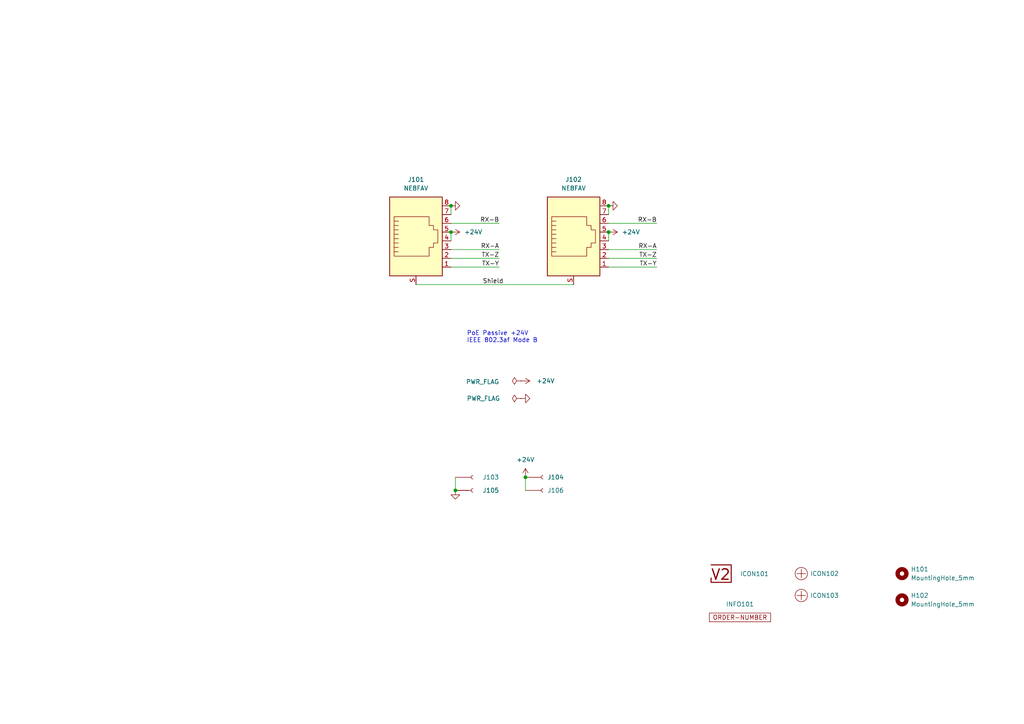
<source format=kicad_sch>
(kicad_sch (version 20250114) (generator "eeschema") (generator_version "9.0")
  (paper "A4")
  (title_block (title "V2 Power PoE") (date "2025-11-17") (rev "2") (company "Versio Duo"))
  (lib_symbols
    (symbol "V2_Artwork:Plus" (in_bom no)
      (property "Reference" "ICON" (at -2.54 2.54 0))
      (symbol "Plus_0_1"
        (polyline (pts (xy -1.27 0) (xy 1.27 0)))
        (polyline (pts (xy 0 1.27) (xy 0 -1.27)))
        (circle (center 0 0) (radius 1.7961))
      )
    )
    (symbol "V2_Artwork:V2-logo" (in_bom no)
      (property "Reference" "ICON" (at -3.302 3.81 0))
      (symbol "V2-logo_1_0"
        (polyline (pts (xy -3.302 2.54) (xy 2.54 2.54) (xy 2.54 -2.54) (xy -3.302 -2.54) (xy -3.302 -1.27)) (stroke (width 0.3)))
      )
      (symbol "V2-logo_1_1"
        (text "V2" (at -0.508 -0.254 0) (effects (font (size 3 3) (thickness 0.375))))
      )
    )
    (symbol "V2_Connector_EtherCon:NE8FAV" (pin_names (offset 1.016))
      (property "Reference" "J" (at -5.08 17.78 0))
      (property "Value" "NE8FAV" (at 2.54 13.97 0))
      (symbol "NE8FAV_0_1"
        (polyline (pts (xy -6.35 1.905) (xy -5.08 1.905) (xy -5.08 1.905)))
        (polyline (pts (xy -6.35 0.635) (xy -5.08 0.635) (xy -5.08 0.635)))
        (polyline (pts (xy -6.35 -0.635) (xy -5.08 -0.635) (xy -5.08 -0.635)))
        (polyline (pts (xy -6.35 -1.905) (xy -5.08 -1.905) (xy -5.08 -1.905)))
        (polyline (pts (xy -6.35 -3.175) (xy -5.08 -3.175) (xy -5.08 -3.175)))
        (polyline (pts (xy -6.35 -4.445) (xy -6.35 6.985) (xy 3.81 6.985) (xy 3.81 4.445) (xy 5.08 4.445) (xy 5.08 3.175) (xy 6.35 3.175) (xy 6.35 -0.635) (xy 5.08 -0.635) (xy 5.08 -1.905) (xy 3.81 -1.905) (xy 3.81 -4.445) (xy -6.35 -4.445) (xy -6.35 -4.445)))
        (polyline (pts (xy -5.08 5.715) (xy -6.35 5.715)))
        (polyline (pts (xy -5.08 4.445) (xy -6.35 4.445)))
        (polyline (pts (xy -5.08 3.175) (xy -6.35 3.175) (xy -6.35 3.175)))
        (rectangle (start 7.62 12.7) (end -7.62 -10.16) (stroke (width 0.254)) (fill (type background)))
      )
      (symbol "NE8FAV_1_1"
        (pin passive line (at 0 -12.7 90) (length 2.54) (name "") (number "S"))
        (pin passive line (at 10.16 10.16 180) (length 2.54) (name "~") (number "8"))
        (pin passive line (at 10.16 7.62 180) (length 2.54) (name "~") (number "7"))
        (pin passive line (at 10.16 5.08 180) (length 2.54) (name "~") (number "6"))
        (pin passive line (at 10.16 2.54 180) (length 2.54) (name "~") (number "5"))
        (pin passive line (at 10.16 0 180) (length 2.54) (name "~") (number "4"))
        (pin passive line (at 10.16 -2.54 180) (length 2.54) (name "~") (number "3"))
        (pin passive line (at 10.16 -5.08 180) (length 2.54) (name "~") (number "2"))
        (pin passive line (at 10.16 -7.62 180) (length 2.54) (name "~") (number "1"))
      )
    )
    (symbol "V2_Connector_WAGO:2601-1101" (pin_numbers (hide yes)) (pin_names (offset 1.016) (hide yes))
      (property "Reference" "J" (at -5.08 6.35 0))
      (symbol "2601-1101_1_1"
        (polyline (pts (xy -1.27 0) (xy -0.508 0)) (stroke (width 0.1524)))
        (arc (start 0 -0.508) (mid -0.5058 0) (end 0 0.508) (stroke (width 0.1524)))
        (pin passive line (at -5.08 0 0) (length 3.81) (name "") (number "1"))
      )
    )
    (symbol "V2_Mechanical:MountingHole_5mm" (pin_names (offset 1.016)) (in_bom no)
      (property "Reference" "H" (at 0 5.08 0))
      (property "Value" "MountingHole_5mm" (at 0 3.175 0))
      (symbol "MountingHole_5mm_0_1"
        (circle (center 0 0) (radius 1.27) (stroke (width 1.27)))
      )
    )
    (symbol "V2_Production:Order_Number" (in_bom no)
      (property "Reference" "INFO" (at 0 2.54 0))
      (symbol "Order_Number_0_0"
        (text "ORDER-NUMBER" (at 0 0 0) (effects (font (size 1.27 1.27))))
      )
      (symbol "Order_Number_0_1"
        (rectangle (start -8.89 1.27) (end 8.89 -1.27))
      )
    )
    (symbol "power:+24V" (power) (pin_numbers (hide yes)) (pin_names (offset 0) (hide yes))
      (property "Value" "+24V" (at 0 3.556 0))
      (symbol "+24V_0_1"
        (polyline (pts (xy -0.762 1.27) (xy 0 2.54)))
        (polyline (pts (xy 0 2.54) (xy 0.762 1.27)))
        (polyline (pts (xy 0 0) (xy 0 2.54)))
      )
      (symbol "+24V_1_1"
        (pin power_in line (at 0 0 90) (length 0) (name "~") (number "1"))
      )
    )
    (symbol "power:GND" (power) (pin_numbers (hide yes)) (pin_names (offset 0) (hide yes))
      (property "Value" "GND" (at 0 -3.81 0))
      (symbol "GND_0_1"
        (polyline (pts (xy 0 0) (xy 0 -1.27) (xy 1.27 -1.27) (xy 0 -2.54) (xy -1.27 -1.27) (xy 0 -1.27)))
      )
      (symbol "GND_1_1"
        (pin power_in line (at 0 0 270) (length 0) (name "~") (number "1"))
      )
    )
    (symbol "power:PWR_FLAG" (power) (pin_numbers (hide yes)) (pin_names (offset 0) (hide yes))
      (property "Value" "PWR_FLAG" (at 0 3.81 0))
      (symbol "PWR_FLAG_0_0"
        (pin power_out line (at 0 0 90) (length 0) (name "~") (number "1"))
      )
      (symbol "PWR_FLAG_0_1"
        (polyline (pts (xy 0 0) (xy 0 1.27) (xy -1.016 1.905) (xy 0 2.54) (xy 1.016 1.905) (xy 0 1.27)))
      )
    )
  )
  (text "PoE Passive +24V\nIEEE 802.3af Mode B" (at 135.382 97.79 0) (effects (font (size 1.27 1.27)) (justify left)))
  (junction (at 152.4 138.43))
  (junction (at 176.53 67.31))
  (junction (at 176.53 59.69))
  (junction (at 132.08 142.24))
  (junction (at 130.81 59.69))
  (junction (at 130.81 67.31))
  (wire (pts (xy 176.53 59.69) (xy 176.53 62.23)))
  (wire (pts (xy 176.53 64.77) (xy 190.5 64.77)))
  (wire (pts (xy 176.53 72.39) (xy 190.5 72.39)))
  (wire (pts (xy 176.53 77.47) (xy 190.5 77.47)))
  (wire (pts (xy 130.81 74.93) (xy 144.78 74.93)))
  (wire (pts (xy 176.53 74.93) (xy 190.5 74.93)))
  (wire (pts (xy 130.81 67.31) (xy 130.81 69.85)))
  (wire (pts (xy 130.81 59.69) (xy 130.81 62.23)))
  (wire (pts (xy 130.81 77.47) (xy 144.78 77.47)))
  (wire (pts (xy 120.65 82.55) (xy 166.37 82.55)))
  (wire (pts (xy 130.81 72.39) (xy 144.78 72.39)))
  (wire (pts (xy 132.08 138.43) (xy 132.08 142.24)))
  (wire (pts (xy 176.53 67.31) (xy 176.53 69.85)))
  (wire (pts (xy 152.4 138.43) (xy 152.4 142.24)))
  (wire (pts (xy 130.81 64.77) (xy 144.78 64.77)))
  (label "RX-B" (at 190.5 64.77 180))
  (label "RX-A" (at 190.5 72.39 180))
  (label "TX-Z" (at 190.5 74.93 180))
  (label "TX-Y" (at 144.78 77.47 180))
  (label "RX-A" (at 144.78 72.39 180))
  (label "RX-B" (at 144.78 64.77 180))
  (label "TX-Y" (at 190.5 77.47 180))
  (label "Shield" (at 146.05 82.55 180))
  (label "TX-Z" (at 144.78 74.93 180))
  (symbol (lib_id "power:GND") (at 151.13 115.57 90) (unit 1)
    (property "Reference" "#PWR0106" (effects (hide yes)))
    (property "Value" "GND" (effects (hide yes)))
    (property "Description" "Power symbol creates a global label with name \"GND\" , ground" (effects (hide yes)))
  )
  (symbol (lib_id "V2_Connector_WAGO:2601-1101") (at 137.16 138.43 0) (unit 1)
    (property "Reference" "J103" (at 144.78 138.43 0) (effects (justify right)))
    (property "Value" "Conn_01x01" (effects (hide yes)))
    (property "Footprint" "V2_Connector_WAGO:2601-1101" (effects (hide yes)))
    (property "Sim.Enable" "0" (effects (hide yes)))
  )
  (symbol (lib_id "V2_Artwork:V2-logo") (at 209.55 166.37 0) (unit 1) (in_bom no)
    (property "Reference" "ICON101" (at 214.63 166.4341 0) (effects (justify left)))
    (property "Value" "V2-logo" (effects (hide yes)))
    (property "Footprint" "V2_Artwork:Logo_Small" (effects (hide yes)))
    (property "Sim.Enable" "0" (effects (hide yes)))
  )
  (symbol (lib_id "power:+24V") (at 151.13 110.49 270) (unit 1)
    (property "Reference" "#PWR0105" (effects (hide yes)))
    (property "Value" "+24V" (at 158.242 110.49 90))
    (property "Description" "Power symbol creates a global label with name \"+24V\"" (effects (hide yes)))
  )
  (symbol (lib_id "V2_Artwork:Plus") (at 232.41 172.72 0) (unit 1) (in_bom no)
    (property "Reference" "ICON103" (at 234.95 172.7199 0) (effects (justify left)))
    (property "Value" "Plus" (effects (hide yes)))
    (property "Footprint" "V2_Artwork:Plus_Small" (effects (hide yes)))
    (property "Sim.Enable" "0" (effects (hide yes)))
  )
  (symbol (lib_id "V2_Connector_WAGO:2601-1101") (at 157.48 138.43 0) (unit 1)
    (property "Reference" "J104" (at 163.576 138.43 0) (effects (justify right)))
    (property "Value" "Conn_01x01" (effects (hide yes)))
    (property "Footprint" "V2_Connector_WAGO:2601-1101" (effects (hide yes)))
    (property "Sim.Enable" "0" (effects (hide yes)))
  )
  (symbol (lib_id "V2_Connector_WAGO:2601-1101") (at 157.48 142.24 0) (unit 1)
    (property "Reference" "J106" (at 163.576 142.24 0) (effects (justify right)))
    (property "Value" "Conn_01x01" (effects (hide yes)))
    (property "Footprint" "V2_Connector_WAGO:2601-1101" (effects (hide yes)))
    (property "Sim.Enable" "0" (effects (hide yes)))
  )
  (symbol (lib_id "power:GND") (at 132.08 142.24 0) (unit 1)
    (property "Reference" "#PWR0108" (effects (hide yes)))
    (property "Value" "GND" (effects (hide yes)))
    (property "Description" "Power symbol creates a global label with name \"GND\" , ground" (effects (hide yes)))
  )
  (symbol (lib_id "power:PWR_FLAG") (at 151.13 115.57 90) (unit 1)
    (property "Reference" "#FLG0102" (effects (hide yes)))
    (property "Value" "PWR_FLAG" (at 140.208 115.57 90))
    (property "Description" "Special symbol for telling ERC where power comes from" (effects (hide yes)))
  )
  (symbol (lib_id "V2_Production:Order_Number") (at 214.63 179.07 0) (unit 1) (in_bom no)
    (property "Reference" "INFO101" (at 214.63 175.26 0))
    (property "Value" "ORDER-NUMBER" (effects (hide yes)))
    (property "Footprint" "V2_Production:Order_Number" (effects (hide yes)))
    (property "Sim.Enable" "0" (effects (hide yes)))
  )
  (symbol (lib_id "V2_Mechanical:MountingHole_5mm") (at 261.62 166.37 0) (unit 1) (in_bom no)
    (property "Reference" "H101" (at 264.16 165.0999 0) (effects (justify left)))
    (property "Value" "MountingHole_5mm" (at 264.16 167.6399 0) (effects (justify left)))
    (property "Footprint" "V2_Mechanical:MountingHole_5mm" (effects (hide yes)))
    (property "Description" "Mounting Hole without connection" (effects (hide yes)))
    (property "Sim.Enable" "0" (effects (hide yes)))
  )
  (symbol (lib_id "power:+24V") (at 152.4 138.43 0) (unit 1)
    (property "Reference" "#PWR0107" (effects (hide yes)))
    (property "Value" "+24V" (at 152.4 133.35 0))
    (property "Description" "Power symbol creates a global label with name \"+24V\"" (effects (hide yes)))
  )
  (symbol (lib_id "power:PWR_FLAG") (at 151.13 110.49 90) (unit 1)
    (property "Reference" "#FLG0101" (effects (hide yes)))
    (property "Value" "PWR_FLAG" (at 139.954 110.744 90))
    (property "Description" "Special symbol for telling ERC where power comes from" (effects (hide yes)))
  )
  (symbol (lib_id "V2_Connector_EtherCon:NE8FAV") (at 166.37 69.85 0) (unit 1)
    (property "Reference" "J102" (at 166.37 52.07 0))
    (property "Value" "NE8FAV" (at 166.37 54.61 0))
    (property "Footprint" "V2_Connector_EtherCon:NE8FAV" (effects (hide yes)))
    (property "Sim.Enable" "0" (effects (hide yes)))
  )
  (symbol (lib_id "V2_Connector_WAGO:2601-1101") (at 137.16 142.24 0) (unit 1)
    (property "Reference" "J105" (at 144.78 142.24 0) (effects (justify right)))
    (property "Value" "Conn_01x01" (effects (hide yes)))
    (property "Footprint" "V2_Connector_WAGO:2601-1101" (effects (hide yes)))
    (property "Sim.Enable" "0" (effects (hide yes)))
  )
  (symbol (lib_id "V2_Artwork:Plus") (at 232.41 166.37 0) (unit 1) (in_bom no)
    (property "Reference" "ICON102" (at 234.95 166.3699 0) (effects (justify left)))
    (property "Value" "Plus" (effects (hide yes)))
    (property "Footprint" "V2_Artwork:Plus_Small" (effects (hide yes)))
    (property "Sim.Enable" "0" (effects (hide yes)))
  )
  (symbol (lib_id "power:+24V") (at 130.81 67.31 270) (unit 1)
    (property "Reference" "#PWR0103" (effects (hide yes)))
    (property "Value" "+24V" (at 134.62 67.3099 90) (effects (justify left)))
    (property "Description" "Power symbol creates a global label with name \"+24V\"" (effects (hide yes)))
  )
  (symbol (lib_id "power:GND") (at 176.53 59.69 90) (unit 1)
    (property "Reference" "#PWR0102" (effects (hide yes)))
    (property "Value" "GND" (effects (hide yes)))
    (property "Description" "Power symbol creates a global label with name \"GND\" , ground" (effects (hide yes)))
  )
  (symbol (lib_id "power:GND") (at 130.81 59.69 90) (unit 1)
    (property "Reference" "#PWR0101" (effects (hide yes)))
    (property "Value" "GND" (effects (hide yes)))
    (property "Description" "Power symbol creates a global label with name \"GND\" , ground" (effects (hide yes)))
  )
  (symbol (lib_id "power:+24V") (at 176.53 67.31 270) (unit 1)
    (property "Reference" "#PWR0104" (effects (hide yes)))
    (property "Value" "+24V" (at 180.34 67.3099 90) (effects (justify left)))
    (property "Description" "Power symbol creates a global label with name \"+24V\"" (effects (hide yes)))
  )
  (symbol (lib_id "V2_Connector_EtherCon:NE8FAV") (at 120.65 69.85 0) (unit 1)
    (property "Reference" "J101" (at 120.65 52.07 0))
    (property "Value" "NE8FAV" (at 120.65 54.61 0))
    (property "Footprint" "V2_Connector_EtherCon:NE8FAV" (effects (hide yes)))
    (property "Sim.Enable" "0" (effects (hide yes)))
  )
  (symbol (lib_id "V2_Mechanical:MountingHole_5mm") (at 261.62 173.99 0) (unit 1) (in_bom no)
    (property "Reference" "H102" (at 264.16 172.7199 0) (effects (justify left)))
    (property "Value" "MountingHole_5mm" (at 264.16 175.2599 0) (effects (justify left)))
    (property "Footprint" "V2_Mechanical:MountingHole_5mm" (effects (hide yes)))
    (property "Description" "Mounting Hole without connection" (effects (hide yes)))
    (property "Sim.Enable" "0" (effects (hide yes)))
  )
)
</source>
